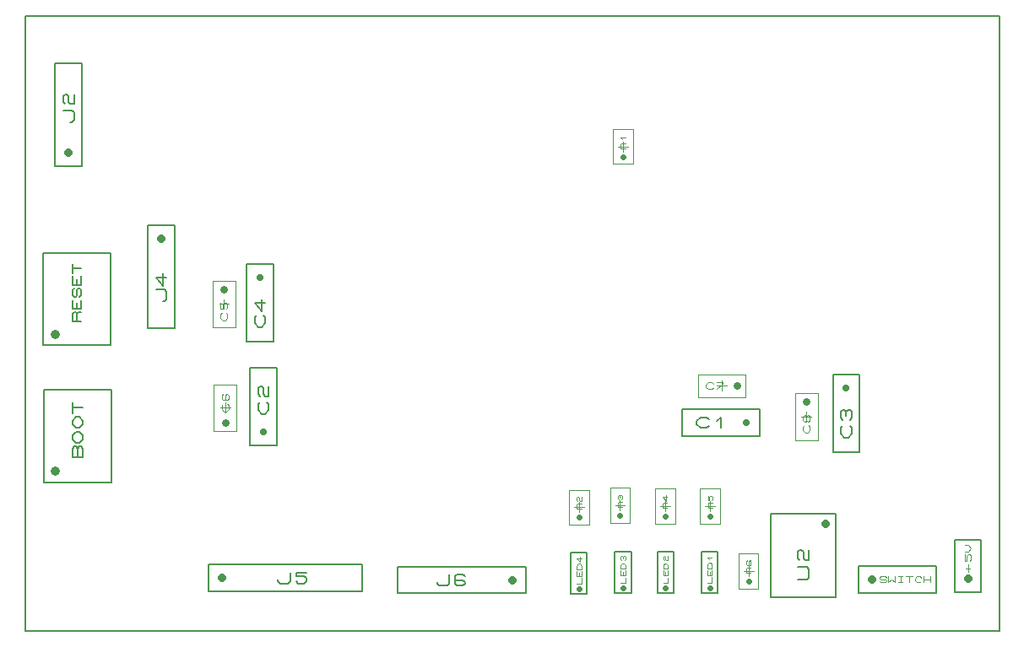
<source format=gbr>
G04 PROTEUS GERBER X2 FILE*
%TF.GenerationSoftware,Labcenter,Proteus,8.17-SP2-Build37159*%
%TF.CreationDate,2024-05-15T18:34:46+00:00*%
%TF.FileFunction,AssemblyDrawing,Top*%
%TF.FilePolarity,Positive*%
%TF.Part,Single*%
%TF.SameCoordinates,{2fb43601-861e-418b-a464-66e3711116c9}*%
%FSLAX45Y45*%
%MOMM*%
G01*
%TA.AperFunction,Material*%
%ADD26C,0.150000*%
%ADD53C,0.812800*%
%ADD54C,0.177800*%
%ADD55C,0.711200*%
%ADD56C,0.097810*%
%ADD57C,0.110950*%
%ADD58C,0.189940*%
%ADD59C,0.050000*%
%ADD60C,0.579120*%
%ADD61C,0.077840*%
%ADD62C,0.609600*%
%ADD63C,0.080070*%
%ADD64C,0.914400*%
%ADD65C,0.134220*%
%ADD66C,0.164340*%
%TA.AperFunction,Profile*%
%ADD25C,0.150000*%
%TA.AperFunction,Material*%
%ADD67C,0.721360*%
%ADD68C,0.112140*%
%TD.AperFunction*%
D26*
X-728500Y-2777250D02*
X+556500Y-2777250D01*
X+556500Y-2508250D01*
X-728500Y-2508250D01*
X-728500Y-2777250D01*
D53*
X+422000Y-2642750D02*
X+422000Y-2642750D01*
D54*
X-333590Y-2660530D02*
X-333590Y-2678310D01*
X-313588Y-2696090D01*
X-233578Y-2696090D01*
X-213575Y-2678310D01*
X-213575Y-2589410D01*
X-53555Y-2607190D02*
X-73558Y-2589410D01*
X-133565Y-2589410D01*
X-153568Y-2607190D01*
X-153568Y-2678310D01*
X-133565Y-2696090D01*
X-73558Y-2696090D01*
X-53555Y-2678310D01*
X-53555Y-2660530D01*
X-73558Y-2642750D01*
X-153568Y-2642750D01*
D26*
X-4163500Y+1510750D02*
X-3894500Y+1510750D01*
X-3894500Y+2541750D01*
X-4163500Y+2541750D01*
X-4163500Y+1510750D01*
D53*
X-4029000Y+1645250D02*
X-4029000Y+1645250D01*
D54*
X-4011220Y+1953800D02*
X-3993440Y+1953800D01*
X-3975660Y+1973802D01*
X-3975660Y+2053812D01*
X-3993440Y+2073815D01*
X-4082340Y+2073815D01*
X-4064560Y+2133822D02*
X-4082340Y+2153825D01*
X-4082340Y+2213832D01*
X-4064560Y+2233835D01*
X-4046780Y+2233835D01*
X-4029000Y+2213832D01*
X-4029000Y+2153825D01*
X-4011220Y+2133822D01*
X-3975660Y+2133822D01*
X-3975660Y+2233835D01*
D26*
X+3635500Y-1357250D02*
X+3904500Y-1357250D01*
X+3904500Y-580250D01*
X+3635500Y-580250D01*
X+3635500Y-1357250D01*
D55*
X+3770000Y-714750D02*
X+3770000Y-714750D01*
D54*
X+3805560Y-1093785D02*
X+3823340Y-1113788D01*
X+3823340Y-1173795D01*
X+3787780Y-1213800D01*
X+3752220Y-1213800D01*
X+3716660Y-1173795D01*
X+3716660Y-1113788D01*
X+3734440Y-1093785D01*
X+3734440Y-1033778D02*
X+3716660Y-1013775D01*
X+3716660Y-953768D01*
X+3734440Y-933765D01*
X+3752220Y-933765D01*
X+3770000Y-953768D01*
X+3787780Y-933765D01*
X+3805560Y-933765D01*
X+3823340Y-953768D01*
X+3823340Y-1013775D01*
X+3805560Y-1033778D01*
X+3770000Y-993773D02*
X+3770000Y-953768D01*
D26*
X-2209500Y-1292250D02*
X-1940500Y-1292250D01*
X-1940500Y-515250D01*
X-2209500Y-515250D01*
X-2209500Y-1292250D01*
D55*
X-2075000Y-1157750D02*
X-2075000Y-1157750D01*
D54*
X-2039440Y-858725D02*
X-2021660Y-878728D01*
X-2021660Y-938735D01*
X-2057220Y-978740D01*
X-2092780Y-978740D01*
X-2128340Y-938735D01*
X-2128340Y-878728D01*
X-2110560Y-858725D01*
X-2110560Y-798718D02*
X-2128340Y-778715D01*
X-2128340Y-718708D01*
X-2110560Y-698705D01*
X-2092780Y-698705D01*
X-2075000Y-718708D01*
X-2075000Y-778715D01*
X-2057220Y-798718D01*
X-2021660Y-798718D01*
X-2021660Y-698705D01*
D26*
X-2245500Y-247250D02*
X-1976500Y-247250D01*
X-1976500Y+529750D01*
X-2245500Y+529750D01*
X-2245500Y-247250D01*
D55*
X-2111000Y+395250D02*
X-2111000Y+395250D01*
D54*
X-2075440Y+16215D02*
X-2057660Y-3788D01*
X-2057660Y-63795D01*
X-2093220Y-103800D01*
X-2128780Y-103800D01*
X-2164340Y-63795D01*
X-2164340Y-3788D01*
X-2146560Y+16215D01*
X-2093220Y+176235D02*
X-2093220Y+56220D01*
X-2164340Y+136230D01*
X-2057660Y+136230D01*
D26*
X+3893500Y-2771250D02*
X+4670500Y-2771250D01*
X+4670500Y-2502250D01*
X+3893500Y-2502250D01*
X+3893500Y-2771250D01*
D53*
X+4028000Y-2636750D02*
X+4028000Y-2636750D01*
D56*
X+4105483Y-2656312D02*
X+4116486Y-2666093D01*
X+4160501Y-2666093D01*
X+4171504Y-2656312D01*
X+4171504Y-2646531D01*
X+4160501Y-2636750D01*
X+4116486Y-2636750D01*
X+4105483Y-2626969D01*
X+4105483Y-2617188D01*
X+4116486Y-2607407D01*
X+4160501Y-2607407D01*
X+4171504Y-2617188D01*
X+4193512Y-2607407D02*
X+4193512Y-2666093D01*
X+4226522Y-2636750D01*
X+4259533Y-2666093D01*
X+4259533Y-2607407D01*
X+4292544Y-2607407D02*
X+4336559Y-2607407D01*
X+4314551Y-2607407D02*
X+4314551Y-2666093D01*
X+4292544Y-2666093D02*
X+4336559Y-2666093D01*
X+4369570Y-2607407D02*
X+4435591Y-2607407D01*
X+4402580Y-2607407D02*
X+4402580Y-2666093D01*
X+4523620Y-2656312D02*
X+4512617Y-2666093D01*
X+4479606Y-2666093D01*
X+4457599Y-2646531D01*
X+4457599Y-2626969D01*
X+4479606Y-2607407D01*
X+4512617Y-2607407D01*
X+4523620Y-2617188D01*
X+4545628Y-2666093D02*
X+4545628Y-2607407D01*
X+4611649Y-2607407D02*
X+4611649Y-2666093D01*
X+4545628Y-2636750D02*
X+4611649Y-2636750D01*
D26*
X+4855500Y-2761250D02*
X+5124500Y-2761250D01*
X+5124500Y-2238250D01*
X+4855500Y-2238250D01*
X+4855500Y-2761250D01*
D53*
X+4990000Y-2626750D02*
X+4990000Y-2626750D01*
D57*
X+4990000Y-2561965D02*
X+4990000Y-2487073D01*
X+4967809Y-2524519D02*
X+5012191Y-2524519D01*
X+4956714Y-2387216D02*
X+4956714Y-2449626D01*
X+4978905Y-2449626D01*
X+4978905Y-2399698D01*
X+4990000Y-2387216D01*
X+5012191Y-2387216D01*
X+5023286Y-2399698D01*
X+5023286Y-2437144D01*
X+5012191Y-2449626D01*
X+4956714Y-2362251D02*
X+4990000Y-2362251D01*
X+5023286Y-2324805D01*
X+4990000Y-2287359D01*
X+4956714Y-2287359D01*
D26*
X+3011540Y-2813270D02*
X+3666620Y-2813270D01*
X+3666620Y-1980150D01*
X+3011540Y-1980150D01*
X+3011540Y-2813270D01*
D53*
X+3565140Y-2081750D02*
X+3565140Y-2081750D01*
D58*
X+3282095Y-2638784D02*
X+3377070Y-2638784D01*
X+3396065Y-2617415D01*
X+3396065Y-2531938D01*
X+3377070Y-2510569D01*
X+3282095Y-2510569D01*
X+3301090Y-2446461D02*
X+3282095Y-2425092D01*
X+3282095Y-2360984D01*
X+3301090Y-2339615D01*
X+3320085Y-2339615D01*
X+3339080Y-2360984D01*
X+3339080Y-2425092D01*
X+3358075Y-2446461D01*
X+3396065Y-2446461D01*
X+3396065Y-2339615D01*
D59*
X+2890000Y-2727750D02*
X+2890000Y-2377750D01*
X+2690000Y-2377750D01*
X+2690000Y-2727750D01*
X+2890000Y-2727750D01*
X+2740000Y-2552750D02*
X+2840000Y-2552750D01*
X+2790000Y-2502750D02*
X+2790000Y-2602750D01*
D60*
X+2790000Y-2652750D02*
X+2790000Y-2652750D01*
D61*
X+2813355Y-2569585D02*
X+2766646Y-2569585D01*
X+2766646Y-2525796D01*
X+2774431Y-2517038D01*
X+2782216Y-2517038D01*
X+2790000Y-2525796D01*
X+2790000Y-2569585D01*
X+2790000Y-2525796D02*
X+2797785Y-2517038D01*
X+2813355Y-2517038D01*
X+2774431Y-2446975D02*
X+2766646Y-2455733D01*
X+2766646Y-2482007D01*
X+2774431Y-2490765D01*
X+2805570Y-2490765D01*
X+2813355Y-2482007D01*
X+2813355Y-2455733D01*
X+2805570Y-2446975D01*
X+2797785Y-2446975D01*
X+2790000Y-2455733D01*
X+2790000Y-2490765D01*
D59*
X+1630000Y+1532250D02*
X+1630000Y+1882250D01*
X+1430000Y+1882250D01*
X+1430000Y+1532250D01*
X+1630000Y+1532250D01*
X+1480000Y+1707250D02*
X+1580000Y+1707250D01*
X+1530000Y+1757250D02*
X+1530000Y+1657250D01*
D60*
X+1530000Y+1607250D02*
X+1530000Y+1607250D01*
D61*
X+1553355Y+1690415D02*
X+1506646Y+1690415D01*
X+1506646Y+1734204D01*
X+1514431Y+1742962D01*
X+1522216Y+1742962D01*
X+1530000Y+1734204D01*
X+1530000Y+1690415D01*
X+1530000Y+1734204D02*
X+1537785Y+1742962D01*
X+1553355Y+1742962D01*
X+1522216Y+1777993D02*
X+1506646Y+1795509D01*
X+1553355Y+1795509D01*
D26*
X+1008840Y-2783550D02*
X+1171160Y-2783550D01*
X+1171160Y-2366990D01*
X+1008840Y-2366990D01*
X+1008840Y-2783550D01*
D62*
X+1090000Y-2732750D02*
X+1090000Y-2732750D01*
D63*
X+1065979Y-2678756D02*
X+1114021Y-2678756D01*
X+1114021Y-2624709D01*
X+1114021Y-2552646D02*
X+1114021Y-2606693D01*
X+1065979Y-2606693D01*
X+1065979Y-2552646D01*
X+1090000Y-2606693D02*
X+1090000Y-2570662D01*
X+1114021Y-2534630D02*
X+1065979Y-2534630D01*
X+1065979Y-2498599D01*
X+1081993Y-2480583D01*
X+1098007Y-2480583D01*
X+1114021Y-2498599D01*
X+1114021Y-2534630D01*
X+1098007Y-2408520D02*
X+1098007Y-2462567D01*
X+1065979Y-2426536D01*
X+1114021Y-2426536D01*
D59*
X+1191000Y-2087750D02*
X+1191000Y-1737750D01*
X+991000Y-1737750D01*
X+991000Y-2087750D01*
X+1191000Y-2087750D01*
X+1041000Y-1912750D02*
X+1141000Y-1912750D01*
X+1091000Y-1862750D02*
X+1091000Y-1962750D01*
D60*
X+1091000Y-2012750D02*
X+1091000Y-2012750D01*
D61*
X+1114355Y-1929585D02*
X+1067646Y-1929585D01*
X+1067646Y-1885796D01*
X+1075431Y-1877038D01*
X+1083216Y-1877038D01*
X+1091000Y-1885796D01*
X+1091000Y-1929585D01*
X+1091000Y-1885796D02*
X+1098785Y-1877038D01*
X+1114355Y-1877038D01*
X+1075431Y-1850765D02*
X+1067646Y-1842007D01*
X+1067646Y-1815733D01*
X+1075431Y-1806975D01*
X+1083216Y-1806975D01*
X+1091000Y-1815733D01*
X+1091000Y-1842007D01*
X+1098785Y-1850765D01*
X+1114355Y-1850765D01*
X+1114355Y-1806975D01*
D26*
X+1449840Y-2775550D02*
X+1612160Y-2775550D01*
X+1612160Y-2358990D01*
X+1449840Y-2358990D01*
X+1449840Y-2775550D01*
D62*
X+1531000Y-2724750D02*
X+1531000Y-2724750D01*
D63*
X+1506979Y-2670756D02*
X+1555021Y-2670756D01*
X+1555021Y-2616709D01*
X+1555021Y-2544646D02*
X+1555021Y-2598693D01*
X+1506979Y-2598693D01*
X+1506979Y-2544646D01*
X+1531000Y-2598693D02*
X+1531000Y-2562662D01*
X+1555021Y-2526630D02*
X+1506979Y-2526630D01*
X+1506979Y-2490599D01*
X+1522993Y-2472583D01*
X+1539007Y-2472583D01*
X+1555021Y-2490599D01*
X+1555021Y-2526630D01*
X+1514986Y-2445560D02*
X+1506979Y-2436552D01*
X+1506979Y-2409528D01*
X+1514986Y-2400520D01*
X+1522993Y-2400520D01*
X+1531000Y-2409528D01*
X+1539007Y-2400520D01*
X+1547014Y-2400520D01*
X+1555021Y-2409528D01*
X+1555021Y-2436552D01*
X+1547014Y-2445560D01*
X+1531000Y-2427544D02*
X+1531000Y-2409528D01*
D59*
X+1601000Y-2067750D02*
X+1601000Y-1717750D01*
X+1401000Y-1717750D01*
X+1401000Y-2067750D01*
X+1601000Y-2067750D01*
X+1451000Y-1892750D02*
X+1551000Y-1892750D01*
X+1501000Y-1842750D02*
X+1501000Y-1942750D01*
D60*
X+1501000Y-1992750D02*
X+1501000Y-1992750D01*
D61*
X+1524355Y-1909585D02*
X+1477646Y-1909585D01*
X+1477646Y-1865796D01*
X+1485431Y-1857038D01*
X+1493216Y-1857038D01*
X+1501000Y-1865796D01*
X+1501000Y-1909585D01*
X+1501000Y-1865796D02*
X+1508785Y-1857038D01*
X+1524355Y-1857038D01*
X+1485431Y-1830765D02*
X+1477646Y-1822007D01*
X+1477646Y-1795733D01*
X+1485431Y-1786975D01*
X+1493216Y-1786975D01*
X+1501000Y-1795733D01*
X+1508785Y-1786975D01*
X+1516570Y-1786975D01*
X+1524355Y-1795733D01*
X+1524355Y-1822007D01*
X+1516570Y-1830765D01*
X+1501000Y-1813249D02*
X+1501000Y-1795733D01*
D26*
X+1876840Y-2775550D02*
X+2039160Y-2775550D01*
X+2039160Y-2358990D01*
X+1876840Y-2358990D01*
X+1876840Y-2775550D01*
D62*
X+1958000Y-2724750D02*
X+1958000Y-2724750D01*
D63*
X+1933979Y-2670756D02*
X+1982021Y-2670756D01*
X+1982021Y-2616709D01*
X+1982021Y-2544646D02*
X+1982021Y-2598693D01*
X+1933979Y-2598693D01*
X+1933979Y-2544646D01*
X+1958000Y-2598693D02*
X+1958000Y-2562662D01*
X+1982021Y-2526630D02*
X+1933979Y-2526630D01*
X+1933979Y-2490599D01*
X+1949993Y-2472583D01*
X+1966007Y-2472583D01*
X+1982021Y-2490599D01*
X+1982021Y-2526630D01*
X+1941986Y-2445560D02*
X+1933979Y-2436552D01*
X+1933979Y-2409528D01*
X+1941986Y-2400520D01*
X+1949993Y-2400520D01*
X+1958000Y-2409528D01*
X+1958000Y-2436552D01*
X+1966007Y-2445560D01*
X+1982021Y-2445560D01*
X+1982021Y-2400520D01*
D59*
X+2052000Y-2074750D02*
X+2052000Y-1724750D01*
X+1852000Y-1724750D01*
X+1852000Y-2074750D01*
X+2052000Y-2074750D01*
X+1902000Y-1899750D02*
X+2002000Y-1899750D01*
X+1952000Y-1849750D02*
X+1952000Y-1949750D01*
D60*
X+1952000Y-1999750D02*
X+1952000Y-1999750D01*
D61*
X+1975355Y-1916585D02*
X+1928646Y-1916585D01*
X+1928646Y-1872796D01*
X+1936431Y-1864038D01*
X+1944216Y-1864038D01*
X+1952000Y-1872796D01*
X+1952000Y-1916585D01*
X+1952000Y-1872796D02*
X+1959785Y-1864038D01*
X+1975355Y-1864038D01*
X+1959785Y-1793975D02*
X+1959785Y-1846522D01*
X+1928646Y-1811491D01*
X+1975355Y-1811491D01*
D26*
X+2318440Y-2772750D02*
X+2480760Y-2772750D01*
X+2480760Y-2356190D01*
X+2318440Y-2356190D01*
X+2318440Y-2772750D01*
D62*
X+2399600Y-2721950D02*
X+2399600Y-2721950D01*
D63*
X+2375579Y-2667956D02*
X+2423621Y-2667956D01*
X+2423621Y-2613909D01*
X+2423621Y-2541846D02*
X+2423621Y-2595893D01*
X+2375579Y-2595893D01*
X+2375579Y-2541846D01*
X+2399600Y-2595893D02*
X+2399600Y-2559862D01*
X+2423621Y-2523830D02*
X+2375579Y-2523830D01*
X+2375579Y-2487799D01*
X+2391593Y-2469783D01*
X+2407607Y-2469783D01*
X+2423621Y-2487799D01*
X+2423621Y-2523830D01*
X+2391593Y-2433752D02*
X+2375579Y-2415736D01*
X+2423621Y-2415736D01*
D59*
X+2505600Y-2075950D02*
X+2505600Y-1725950D01*
X+2305600Y-1725950D01*
X+2305600Y-2075950D01*
X+2505600Y-2075950D01*
X+2355600Y-1900950D02*
X+2455600Y-1900950D01*
X+2405600Y-1850950D02*
X+2405600Y-1950950D01*
D60*
X+2405600Y-2000950D02*
X+2405600Y-2000950D01*
D61*
X+2428955Y-1917785D02*
X+2382246Y-1917785D01*
X+2382246Y-1873996D01*
X+2390031Y-1865238D01*
X+2397816Y-1865238D01*
X+2405600Y-1873996D01*
X+2405600Y-1917785D01*
X+2405600Y-1873996D02*
X+2413385Y-1865238D01*
X+2428955Y-1865238D01*
X+2382246Y-1795175D02*
X+2382246Y-1838965D01*
X+2397816Y-1838965D01*
X+2397816Y-1803933D01*
X+2405600Y-1795175D01*
X+2421170Y-1795175D01*
X+2428955Y-1803933D01*
X+2428955Y-1830207D01*
X+2421170Y-1838965D01*
D26*
X-4284300Y-287050D02*
X-3605700Y-287050D01*
X-3605700Y+641550D01*
X-4284300Y+641550D01*
X-4284300Y-287050D01*
D64*
X-4170000Y-172750D02*
X-4170000Y-172750D01*
D65*
X-3904732Y-44742D02*
X-3985267Y-44742D01*
X-3985267Y+30758D01*
X-3971844Y+45858D01*
X-3958422Y+45858D01*
X-3945000Y+30758D01*
X-3945000Y-44742D01*
X-3945000Y+30758D02*
X-3931577Y+45858D01*
X-3904732Y+45858D01*
X-3904732Y+166659D02*
X-3904732Y+76059D01*
X-3985267Y+76059D01*
X-3985267Y+166659D01*
X-3945000Y+76059D02*
X-3945000Y+136459D01*
X-3918155Y+196860D02*
X-3904732Y+211960D01*
X-3904732Y+272360D01*
X-3918155Y+287460D01*
X-3931577Y+287460D01*
X-3945000Y+272360D01*
X-3945000Y+211960D01*
X-3958422Y+196860D01*
X-3971844Y+196860D01*
X-3985267Y+211960D01*
X-3985267Y+272360D01*
X-3971844Y+287460D01*
X-3904732Y+408261D02*
X-3904732Y+317661D01*
X-3985267Y+317661D01*
X-3985267Y+408261D01*
X-3945000Y+317661D02*
X-3945000Y+378061D01*
X-3985267Y+438462D02*
X-3985267Y+529062D01*
X-3985267Y+483762D02*
X-3904732Y+483762D01*
D26*
X-4279300Y-1662050D02*
X-3600700Y-1662050D01*
X-3600700Y-733450D01*
X-4279300Y-733450D01*
X-4279300Y-1662050D01*
D64*
X-4165000Y-1547750D02*
X-4165000Y-1547750D01*
D66*
X-3890697Y-1413560D02*
X-3989304Y-1413560D01*
X-3989304Y-1321117D01*
X-3972869Y-1302628D01*
X-3956435Y-1302628D01*
X-3940000Y-1321117D01*
X-3923566Y-1302628D01*
X-3907131Y-1302628D01*
X-3890697Y-1321117D01*
X-3890697Y-1413560D01*
X-3940000Y-1413560D02*
X-3940000Y-1321117D01*
X-3956435Y-1265650D02*
X-3989304Y-1228673D01*
X-3989304Y-1191695D01*
X-3956435Y-1154718D01*
X-3923566Y-1154718D01*
X-3890697Y-1191695D01*
X-3890697Y-1228673D01*
X-3923566Y-1265650D01*
X-3956435Y-1265650D01*
X-3956435Y-1117740D02*
X-3989304Y-1080763D01*
X-3989304Y-1043785D01*
X-3956435Y-1006808D01*
X-3923566Y-1006808D01*
X-3890697Y-1043785D01*
X-3890697Y-1080763D01*
X-3923566Y-1117740D01*
X-3956435Y-1117740D01*
X-3989304Y-969830D02*
X-3989304Y-858898D01*
X-3989304Y-914364D02*
X-3890697Y-914364D01*
D26*
X+2127500Y-1197250D02*
X+2904500Y-1197250D01*
X+2904500Y-928250D01*
X+2127500Y-928250D01*
X+2127500Y-1197250D01*
D55*
X+2770000Y-1062750D02*
X+2770000Y-1062750D01*
D54*
X+2390965Y-1098310D02*
X+2370962Y-1116090D01*
X+2310955Y-1116090D01*
X+2270950Y-1080530D01*
X+2270950Y-1044970D01*
X+2310955Y-1009410D01*
X+2370962Y-1009410D01*
X+2390965Y-1027190D01*
X+2470975Y-1044970D02*
X+2510980Y-1009410D01*
X+2510980Y-1116090D01*
D26*
X-3234500Y-115250D02*
X-2965500Y-115250D01*
X-2965500Y+915750D01*
X-3234500Y+915750D01*
X-3234500Y-115250D01*
D53*
X-3100000Y+781250D02*
X-3100000Y+781250D01*
D54*
X-3082220Y+152660D02*
X-3064440Y+152660D01*
X-3046660Y+172662D01*
X-3046660Y+252672D01*
X-3064440Y+272675D01*
X-3153340Y+272675D01*
X-3082220Y+432695D02*
X-3082220Y+312680D01*
X-3153340Y+392690D01*
X-3046660Y+392690D01*
D25*
X-4465000Y-3152750D02*
X+5305000Y-3152750D01*
X+5305000Y+3017250D01*
X-4465000Y+3017250D01*
X-4465000Y-3152750D01*
D59*
X-2585000Y+362250D02*
X-2585000Y-107750D01*
X-2355000Y-107750D01*
X-2355000Y+362250D01*
X-2585000Y+362250D01*
X-2420000Y+127250D02*
X-2520000Y+127250D01*
X-2470000Y+77250D02*
X-2470000Y+177250D01*
D67*
X-2470000Y+277250D02*
X-2470000Y+277250D01*
D68*
X-2447571Y+40233D02*
X-2436356Y+27617D01*
X-2436356Y-10231D01*
X-2458785Y-35463D01*
X-2481214Y-35463D01*
X-2503643Y-10231D01*
X-2503643Y+27617D01*
X-2492428Y+40233D01*
X-2503643Y+141162D02*
X-2503643Y+78082D01*
X-2481214Y+78082D01*
X-2481214Y+128546D01*
X-2470000Y+141162D01*
X-2447571Y+141162D01*
X-2436356Y+128546D01*
X-2436356Y+90698D01*
X-2447571Y+78082D01*
D59*
X-2345000Y-1147750D02*
X-2345000Y-677750D01*
X-2575000Y-677750D01*
X-2575000Y-1147750D01*
X-2345000Y-1147750D01*
X-2510000Y-912750D02*
X-2410000Y-912750D01*
X-2460000Y-862750D02*
X-2460000Y-962750D01*
D67*
X-2460000Y-1062750D02*
X-2460000Y-1062750D01*
D68*
X-2437571Y-876199D02*
X-2426356Y-888815D01*
X-2426356Y-926663D01*
X-2448785Y-951895D01*
X-2471214Y-951895D01*
X-2493643Y-926663D01*
X-2493643Y-888815D01*
X-2482428Y-876199D01*
X-2482428Y-775270D02*
X-2493643Y-787886D01*
X-2493643Y-825734D01*
X-2482428Y-838350D01*
X-2437571Y-838350D01*
X-2426356Y-825734D01*
X-2426356Y-787886D01*
X-2437571Y-775270D01*
X-2448785Y-775270D01*
X-2460000Y-787886D01*
X-2460000Y-838350D01*
D59*
X+2755000Y-577750D02*
X+2285000Y-577750D01*
X+2285000Y-807750D01*
X+2755000Y-807750D01*
X+2755000Y-577750D01*
X+2520000Y-742750D02*
X+2520000Y-642750D01*
X+2470000Y-692750D02*
X+2570000Y-692750D01*
D67*
X+2670000Y-692750D02*
X+2670000Y-692750D01*
D68*
X+2432983Y-715179D02*
X+2420367Y-726394D01*
X+2382519Y-726394D01*
X+2357287Y-703965D01*
X+2357287Y-681536D01*
X+2382519Y-659107D01*
X+2420367Y-659107D01*
X+2432983Y-670322D01*
X+2470832Y-659107D02*
X+2533912Y-659107D01*
X+2533912Y-670322D01*
X+2470832Y-726394D01*
D59*
X+3255000Y-767750D02*
X+3255000Y-1237750D01*
X+3485000Y-1237750D01*
X+3485000Y-767750D01*
X+3255000Y-767750D01*
X+3420000Y-1002750D02*
X+3320000Y-1002750D01*
X+3370000Y-1052750D02*
X+3370000Y-952750D01*
D67*
X+3370000Y-852750D02*
X+3370000Y-852750D01*
D68*
X+3392429Y-1089767D02*
X+3403644Y-1102383D01*
X+3403644Y-1140231D01*
X+3381215Y-1165463D01*
X+3358786Y-1165463D01*
X+3336357Y-1140231D01*
X+3336357Y-1102383D01*
X+3347572Y-1089767D01*
X+3370000Y-1039302D02*
X+3358786Y-1051918D01*
X+3347572Y-1051918D01*
X+3336357Y-1039302D01*
X+3336357Y-1001454D01*
X+3347572Y-988838D01*
X+3358786Y-988838D01*
X+3370000Y-1001454D01*
X+3370000Y-1039302D01*
X+3381215Y-1051918D01*
X+3392429Y-1051918D01*
X+3403644Y-1039302D01*
X+3403644Y-1001454D01*
X+3392429Y-988838D01*
X+3381215Y-988838D01*
X+3370000Y-1001454D01*
D26*
X-2624500Y-2757250D02*
X-1085500Y-2757250D01*
X-1085500Y-2488250D01*
X-2624500Y-2488250D01*
X-2624500Y-2757250D01*
D53*
X-2490000Y-2622750D02*
X-2490000Y-2622750D01*
D54*
X-1927450Y-2640530D02*
X-1927450Y-2658310D01*
X-1907448Y-2676090D01*
X-1827438Y-2676090D01*
X-1807435Y-2658310D01*
X-1807435Y-2569410D01*
X-1647415Y-2569410D02*
X-1747428Y-2569410D01*
X-1747428Y-2604970D01*
X-1667418Y-2604970D01*
X-1647415Y-2622750D01*
X-1647415Y-2658310D01*
X-1667418Y-2676090D01*
X-1727425Y-2676090D01*
X-1747428Y-2658310D01*
M02*

</source>
